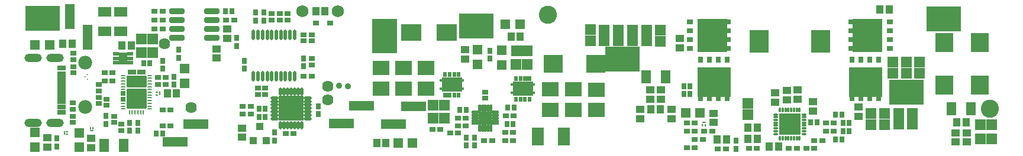
<source format=gbr>
%TF.GenerationSoftware,Altium Limited,Altium Designer,19.0.15 (446)*%
G04 Layer_Color=8388736*
%FSLAX45Y45*%
%MOMM*%
%TF.FileFunction,Soldermask,Top*%
%TF.Part,Single*%
G01*
G75*
%TA.AperFunction,SMDPad,CuDef*%
G04:AMPARAMS|DCode=22|XSize=0.6mm|YSize=0.2mm|CornerRadius=0.04mm|HoleSize=0mm|Usage=FLASHONLY|Rotation=90.000|XOffset=0mm|YOffset=0mm|HoleType=Round|Shape=RoundedRectangle|*
%AMROUNDEDRECTD22*
21,1,0.60000,0.12000,0,0,90.0*
21,1,0.52000,0.20000,0,0,90.0*
1,1,0.08000,0.06000,0.26000*
1,1,0.08000,0.06000,-0.26000*
1,1,0.08000,-0.06000,-0.26000*
1,1,0.08000,-0.06000,0.26000*
%
%ADD22ROUNDEDRECTD22*%
G04:AMPARAMS|DCode=23|XSize=0.2mm|YSize=0.6mm|CornerRadius=0.04mm|HoleSize=0mm|Usage=FLASHONLY|Rotation=90.000|XOffset=0mm|YOffset=0mm|HoleType=Round|Shape=RoundedRectangle|*
%AMROUNDEDRECTD23*
21,1,0.20000,0.52000,0,0,90.0*
21,1,0.12000,0.60000,0,0,90.0*
1,1,0.08000,0.26000,0.06000*
1,1,0.08000,0.26000,-0.06000*
1,1,0.08000,-0.26000,-0.06000*
1,1,0.08000,-0.26000,0.06000*
%
%ADD23ROUNDEDRECTD23*%
G04:AMPARAMS|DCode=26|XSize=0.7mm|YSize=1.253mm|CornerRadius=0.0875mm|HoleSize=0mm|Usage=FLASHONLY|Rotation=90.000|XOffset=0mm|YOffset=0mm|HoleType=Round|Shape=RoundedRectangle|*
%AMROUNDEDRECTD26*
21,1,0.70000,1.07800,0,0,90.0*
21,1,0.52500,1.25300,0,0,90.0*
1,1,0.17500,0.53900,0.26250*
1,1,0.17500,0.53900,-0.26250*
1,1,0.17500,-0.53900,-0.26250*
1,1,0.17500,-0.53900,0.26250*
%
%ADD26ROUNDEDRECTD26*%
G04:AMPARAMS|DCode=27|XSize=0.7mm|YSize=0.7mm|CornerRadius=0.0875mm|HoleSize=0mm|Usage=FLASHONLY|Rotation=90.000|XOffset=0mm|YOffset=0mm|HoleType=Round|Shape=RoundedRectangle|*
%AMROUNDEDRECTD27*
21,1,0.70000,0.52500,0,0,90.0*
21,1,0.52500,0.70000,0,0,90.0*
1,1,0.17500,0.26250,0.26250*
1,1,0.17500,0.26250,-0.26250*
1,1,0.17500,-0.26250,-0.26250*
1,1,0.17500,-0.26250,0.26250*
%
%ADD27ROUNDEDRECTD27*%
G04:AMPARAMS|DCode=32|XSize=0.2mm|YSize=0.2mm|CornerRadius=0.05mm|HoleSize=0mm|Usage=FLASHONLY|Rotation=0.000|XOffset=0mm|YOffset=0mm|HoleType=Round|Shape=RoundedRectangle|*
%AMROUNDEDRECTD32*
21,1,0.20000,0.10000,0,0,0.0*
21,1,0.10000,0.20000,0,0,0.0*
1,1,0.10000,0.05000,-0.05000*
1,1,0.10000,-0.05000,-0.05000*
1,1,0.10000,-0.05000,0.05000*
1,1,0.10000,0.05000,0.05000*
%
%ADD32ROUNDEDRECTD32*%
%TA.AperFunction,ComponentPad*%
%ADD91C,0.40000*%
%TA.AperFunction,ViaPad*%
%ADD97C,1.98000*%
%TA.AperFunction,SMDPad,CuDef*%
%ADD120R,0.95320X0.80320*%
%ADD121R,0.80320X0.84320*%
%ADD122R,0.84320X0.80320*%
%ADD123R,1.15320X1.05320*%
%ADD124R,0.80320X0.95320*%
%ADD127R,1.05320X1.15320*%
%ADD128R,1.10320X1.20320*%
%ADD129R,1.20320X1.10320*%
%ADD131R,1.40320X1.40320*%
%TA.AperFunction,ComponentPad*%
G04:AMPARAMS|DCode=132|XSize=1.2032mm|YSize=2.5032mm|CornerRadius=0.6016mm|HoleSize=0mm|Usage=FLASHONLY|Rotation=270.000|XOffset=0mm|YOffset=0mm|HoleType=Round|Shape=RoundedRectangle|*
%AMROUNDEDRECTD132*
21,1,1.20320,1.30000,0,0,270.0*
21,1,0.00000,2.50320,0,0,270.0*
1,1,1.20320,-0.65000,0.00000*
1,1,1.20320,-0.65000,0.00000*
1,1,1.20320,0.65000,0.00000*
1,1,1.20320,0.65000,0.00000*
%
%ADD132ROUNDEDRECTD132*%
%ADD133C,1.72720*%
%TA.AperFunction,ViaPad*%
%ADD134C,2.60000*%
%ADD135C,1.62400*%
%TA.AperFunction,SMDPad,CuDef*%
%ADD145R,3.53200X1.37200*%
%TA.AperFunction,ConnectorPad*%
%ADD146R,0.80320X0.95320*%
%TA.AperFunction,SMDPad,CuDef*%
%ADD147R,1.40320X1.40320*%
%ADD148R,0.37000X0.27000*%
%ADD149R,0.27000X0.62000*%
%ADD150R,1.50320X1.60320*%
G04:AMPARAMS|DCode=151|XSize=2.9232mm|YSize=2.8532mm|CornerRadius=0.16785mm|HoleSize=0mm|Usage=FLASHONLY|Rotation=90.000|XOffset=0mm|YOffset=0mm|HoleType=Round|Shape=RoundedRectangle|*
%AMROUNDEDRECTD151*
21,1,2.92320,2.51750,0,0,90.0*
21,1,2.58750,2.85320,0,0,90.0*
1,1,0.33570,1.25875,1.29375*
1,1,0.33570,1.25875,-1.29375*
1,1,0.33570,-1.25875,-1.29375*
1,1,0.33570,-1.25875,1.29375*
%
%ADD151ROUNDEDRECTD151*%
G04:AMPARAMS|DCode=152|XSize=1.7332mm|YSize=2.8532mm|CornerRadius=0.13985mm|HoleSize=0mm|Usage=FLASHONLY|Rotation=90.000|XOffset=0mm|YOffset=0mm|HoleType=Round|Shape=RoundedRectangle|*
%AMROUNDEDRECTD152*
21,1,1.73320,2.57350,0,0,90.0*
21,1,1.45350,2.85320,0,0,90.0*
1,1,0.27970,1.28675,0.72675*
1,1,0.27970,1.28675,-0.72675*
1,1,0.27970,-1.28675,-0.72675*
1,1,0.27970,-1.28675,0.72675*
%
%ADD152ROUNDEDRECTD152*%
%ADD153R,1.40320X1.85320*%
%TA.AperFunction,ConnectorPad*%
%ADD154R,1.15320X1.05320*%
%TA.AperFunction,SMDPad,CuDef*%
%ADD155R,0.27000X0.37000*%
%ADD156R,0.62000X0.27000*%
G04:AMPARAMS|DCode=157|XSize=2.1732mm|YSize=0.8032mm|CornerRadius=0.1766mm|HoleSize=0mm|Usage=FLASHONLY|Rotation=0.000|XOffset=0mm|YOffset=0mm|HoleType=Round|Shape=RoundedRectangle|*
%AMROUNDEDRECTD157*
21,1,2.17320,0.45000,0,0,0.0*
21,1,1.82000,0.80320,0,0,0.0*
1,1,0.35320,0.91000,-0.22500*
1,1,0.35320,-0.91000,-0.22500*
1,1,0.35320,-0.91000,0.22500*
1,1,0.35320,0.91000,0.22500*
%
%ADD157ROUNDEDRECTD157*%
%ADD158R,2.43320X2.00320*%
%ADD159R,1.95320X1.95320*%
G04:AMPARAMS|DCode=160|XSize=1.0332mm|YSize=0.4232mm|CornerRadius=0.1291mm|HoleSize=0mm|Usage=FLASHONLY|Rotation=90.000|XOffset=0mm|YOffset=0mm|HoleType=Round|Shape=RoundedRectangle|*
%AMROUNDEDRECTD160*
21,1,1.03320,0.16500,0,0,90.0*
21,1,0.77500,0.42320,0,0,90.0*
1,1,0.25820,0.08250,0.38750*
1,1,0.25820,0.08250,-0.38750*
1,1,0.25820,-0.08250,-0.38750*
1,1,0.25820,-0.08250,0.38750*
%
%ADD160ROUNDEDRECTD160*%
G04:AMPARAMS|DCode=161|XSize=1.0332mm|YSize=0.4232mm|CornerRadius=0.1291mm|HoleSize=0mm|Usage=FLASHONLY|Rotation=180.000|XOffset=0mm|YOffset=0mm|HoleType=Round|Shape=RoundedRectangle|*
%AMROUNDEDRECTD161*
21,1,1.03320,0.16500,0,0,180.0*
21,1,0.77500,0.42320,0,0,180.0*
1,1,0.25820,-0.38750,0.08250*
1,1,0.25820,0.38750,0.08250*
1,1,0.25820,0.38750,-0.08250*
1,1,0.25820,-0.38750,-0.08250*
%
%ADD161ROUNDEDRECTD161*%
%TA.AperFunction,ConnectorPad*%
%ADD162R,1.20320X1.10320*%
%ADD163R,1.10320X1.20320*%
%ADD164R,0.95320X0.80320*%
%ADD165R,0.80320X0.84320*%
%TA.AperFunction,SMDPad,CuDef*%
%ADD166R,0.86320X0.52320*%
%ADD167R,1.20320X1.80320*%
%TA.AperFunction,ConnectorPad*%
%ADD168R,1.20320X0.50320*%
%ADD169R,1.20320X0.80320*%
%TA.AperFunction,SMDPad,CuDef*%
%ADD170R,1.37200X3.53200*%
%ADD171R,4.90320X3.63320*%
%ADD172R,1.85320X1.40320*%
%ADD173R,2.90000X2.00000*%
%ADD174R,0.54000X0.75000*%
%ADD175R,0.45000X0.40000*%
%ADD176R,1.19000X0.75000*%
%TA.AperFunction,ConnectorPad*%
%ADD177R,1.05320X1.15320*%
%TA.AperFunction,SMDPad,CuDef*%
%ADD178R,2.90320X2.40320*%
%TA.AperFunction,ConnectorPad*%
%ADD179R,1.00320X1.10320*%
%TA.AperFunction,SMDPad,CuDef*%
%ADD180R,3.55320X3.55320*%
%TA.AperFunction,ConnectorPad*%
%ADD181O,0.50320X1.15320*%
%ADD182O,1.15320X0.50320*%
%TA.AperFunction,SMDPad,CuDef*%
%ADD183O,0.55000X1.50000*%
%TA.AperFunction,ConnectorPad*%
%ADD184R,0.90320X0.70320*%
%TA.AperFunction,SMDPad,CuDef*%
%ADD185R,1.60320X1.50320*%
%ADD186R,4.32320X4.80320*%
%ADD187R,0.75320X0.70320*%
%ADD188R,0.85320X0.70320*%
%ADD189R,4.80320X4.32320*%
%ADD190R,0.70320X0.75320*%
%ADD191R,0.70320X0.85320*%
%ADD192R,3.10000X3.10000*%
%ADD193O,0.30000X0.80000*%
%ADD194O,0.80000X0.30000*%
%ADD195R,2.70320X3.20320*%
%ADD196R,2.65320X2.75320*%
%ADD197R,1.70320X2.60320*%
%ADD198R,2.75320X2.65320*%
%ADD199R,3.63320X4.90320*%
%ADD200C,0.90010*%
%TA.AperFunction,ComponentPad*%
%ADD201C,0.66040*%
D22*
X2687954Y1615415D02*
D03*
X2727955D02*
D03*
X2767955D02*
D03*
X2807955D02*
D03*
X2847954D02*
D03*
X2887955D02*
D03*
D23*
X2977954Y1665414D02*
D03*
Y1705414D02*
D03*
Y1745415D02*
D03*
Y1785415D02*
D03*
Y1825414D02*
D03*
Y1865415D02*
D03*
Y1905415D02*
D03*
Y1945414D02*
D03*
Y1985415D02*
D03*
Y2025415D02*
D03*
Y2065414D02*
D03*
Y2105415D02*
D03*
Y2145415D02*
D03*
X2597955D02*
D03*
Y2105415D02*
D03*
Y2065414D02*
D03*
Y2025415D02*
D03*
Y1985415D02*
D03*
Y1945414D02*
D03*
Y1745415D02*
D03*
Y1705414D02*
D03*
Y1665414D02*
D03*
D26*
X2720304Y2195414D02*
D03*
X2855605D02*
D03*
D27*
X2597955Y1885415D02*
D03*
Y1805414D02*
D03*
D32*
X2087615Y2160435D02*
D03*
Y2092435D02*
D03*
X2057615Y2126435D02*
D03*
D91*
X2787955Y1808915D02*
D03*
X2680455D02*
D03*
X2895454D02*
D03*
X2787955Y1697915D02*
D03*
Y1919915D02*
D03*
Y2061414D02*
D03*
X2680455D02*
D03*
X2895454D02*
D03*
D97*
X2054975Y2329975D02*
D03*
Y1694975D02*
D03*
D120*
X3275655Y1424915D02*
D03*
X3160655D02*
D03*
X3160694Y1648875D02*
D03*
X3275694D02*
D03*
X3209622Y2016735D02*
D03*
X3094622D02*
D03*
X3209615Y2120875D02*
D03*
X3094615D02*
D03*
X2332194Y2067435D02*
D03*
X2447194D02*
D03*
X2332194Y2182475D02*
D03*
X2447194D02*
D03*
X3162474Y2814975D02*
D03*
X3047474D02*
D03*
X3162474Y3067975D02*
D03*
X3047474D02*
D03*
X3162474Y2939975D02*
D03*
X3047474D02*
D03*
X5182495Y2135532D02*
D03*
X5297495D02*
D03*
X11030275Y1345423D02*
D03*
X10915275D02*
D03*
X10664975Y1347475D02*
D03*
X10779975D02*
D03*
X10664975Y1467475D02*
D03*
X10779975D02*
D03*
X12237474Y1104974D02*
D03*
X12122474D02*
D03*
X5038115Y1313474D02*
D03*
X4923115D02*
D03*
X8188015Y1569255D02*
D03*
X8073015D02*
D03*
X8063525Y1334167D02*
D03*
X8178525D02*
D03*
X7275455Y1323315D02*
D03*
X7390455D02*
D03*
X7502215Y1423154D02*
D03*
X7387215D02*
D03*
X7387975Y1536375D02*
D03*
X7502975D02*
D03*
X7023995Y1369035D02*
D03*
X7138995D02*
D03*
X4307475Y1594175D02*
D03*
X4422475D02*
D03*
Y1704175D02*
D03*
X4307475D02*
D03*
X12653975Y1346434D02*
D03*
X12768975D02*
D03*
D121*
X3072554Y1312475D02*
D03*
X3160555D02*
D03*
X2981475Y2320474D02*
D03*
X2893475D02*
D03*
X4065974Y3067475D02*
D03*
X4153974D02*
D03*
X7503755Y1655891D02*
D03*
X7415755D02*
D03*
X8177724Y1452414D02*
D03*
X8089724D02*
D03*
X8103025Y1686984D02*
D03*
X8191025D02*
D03*
X12880475Y1228935D02*
D03*
X12792475D02*
D03*
X4632359Y1551313D02*
D03*
X4544359D02*
D03*
X4632359Y1665613D02*
D03*
X4544359D02*
D03*
X10623395Y1991996D02*
D03*
X10711395D02*
D03*
X10623975Y1883096D02*
D03*
X10711975D02*
D03*
D122*
X2468855Y1469814D02*
D03*
Y1557815D02*
D03*
X2575535Y1445235D02*
D03*
Y1357235D02*
D03*
X1877443Y1560355D02*
D03*
Y1472355D02*
D03*
X2361823Y1803647D02*
D03*
Y1715647D02*
D03*
X2249975Y1743799D02*
D03*
Y1831799D02*
D03*
X2249974Y2013975D02*
D03*
Y1925975D02*
D03*
X1877035Y1661414D02*
D03*
Y1749414D02*
D03*
X5295318Y2387078D02*
D03*
Y2299078D02*
D03*
X7782475Y1905131D02*
D03*
Y1817131D02*
D03*
X1889735Y2269015D02*
D03*
Y2181015D02*
D03*
Y2374054D02*
D03*
Y2462055D02*
D03*
X4632359Y1963014D02*
D03*
Y1875014D02*
D03*
X4525631Y1963014D02*
D03*
Y1875014D02*
D03*
X5295335Y2638475D02*
D03*
Y2726475D02*
D03*
X5176495Y2638215D02*
D03*
Y2726215D02*
D03*
X4954454Y2941706D02*
D03*
Y3029706D02*
D03*
X4840154Y2941706D02*
D03*
Y3029706D02*
D03*
X4725854Y2941706D02*
D03*
Y3029706D02*
D03*
D123*
X3936975Y2397055D02*
D03*
Y2527055D02*
D03*
X4083974Y2679540D02*
D03*
Y2809540D02*
D03*
X11044975Y1472475D02*
D03*
Y1602475D02*
D03*
X10297474Y1936757D02*
D03*
Y1806757D02*
D03*
X1509875Y1121335D02*
D03*
Y1251335D02*
D03*
X7489975Y2382475D02*
D03*
Y2512475D02*
D03*
X12095115Y1928909D02*
D03*
Y1798909D02*
D03*
X14513715Y1322475D02*
D03*
Y1192475D02*
D03*
X14673715Y1322475D02*
D03*
Y1192475D02*
D03*
D124*
X7622735Y1257262D02*
D03*
Y1142262D02*
D03*
X2807474Y1352175D02*
D03*
Y1467175D02*
D03*
X3327375Y2014974D02*
D03*
Y2129974D02*
D03*
X3165515Y2242095D02*
D03*
Y2357095D02*
D03*
X3395955Y2398655D02*
D03*
Y2513655D02*
D03*
X2687295Y1352175D02*
D03*
Y1467175D02*
D03*
X5176495Y2391735D02*
D03*
Y2276735D02*
D03*
X11369975Y1207475D02*
D03*
Y1092475D02*
D03*
X1648435Y1243843D02*
D03*
Y1128843D02*
D03*
X7842475Y2499975D02*
D03*
Y2384975D02*
D03*
X5389855Y1706654D02*
D03*
Y1591654D02*
D03*
X4335755Y2241175D02*
D03*
Y2356175D02*
D03*
X4223995Y2681840D02*
D03*
Y2566840D02*
D03*
D127*
X3229354Y1884975D02*
D03*
X3359354D02*
D03*
X1735835Y2603804D02*
D03*
X1865835D02*
D03*
X5355335Y3068711D02*
D03*
X5485335D02*
D03*
X8277174Y2697455D02*
D03*
X8147174D02*
D03*
D128*
X2714155Y2578275D02*
D03*
X2579155D02*
D03*
X10152475Y1656833D02*
D03*
X10287475D02*
D03*
X11674975Y1394435D02*
D03*
X11539975D02*
D03*
X14661215Y1472475D02*
D03*
X14526215D02*
D03*
X13564975Y3094975D02*
D03*
X13429974D02*
D03*
D129*
X10564975Y2542475D02*
D03*
Y2677475D02*
D03*
X12468835Y1636815D02*
D03*
Y1771815D02*
D03*
X12251521Y1801151D02*
D03*
Y1936151D02*
D03*
X11930355Y1761275D02*
D03*
Y1896275D02*
D03*
X13123656Y1693075D02*
D03*
Y1558075D02*
D03*
D131*
X10645250Y1610102D02*
D03*
X10855250D02*
D03*
X1544875Y2583779D02*
D03*
X1334875D02*
D03*
X6531195Y1178535D02*
D03*
X6741195D02*
D03*
X8277998Y2875655D02*
D03*
X8067998D02*
D03*
D132*
X1310055Y1469052D02*
D03*
X1625055D02*
D03*
X1310055Y2399052D02*
D03*
X1625055D02*
D03*
D133*
X5166335Y3068295D02*
D03*
X5669238D02*
D03*
D134*
X15001215Y1668755D02*
D03*
X8679155Y3017495D02*
D03*
D135*
X3568675Y1681455D02*
D03*
X3190215Y2603804D02*
D03*
X5524475Y1993875D02*
D03*
Y1798909D02*
D03*
D145*
X6010835Y1706855D02*
D03*
X5718835Y1452855D02*
D03*
X3346475Y1193775D02*
D03*
X3638475Y1447775D02*
D03*
X6463975Y1450315D02*
D03*
X6755975Y1704315D02*
D03*
D146*
X7508435Y1257294D02*
D03*
Y1142294D02*
D03*
X2352015Y1563035D02*
D03*
Y1448035D02*
D03*
X4767755Y1213801D02*
D03*
Y1328801D02*
D03*
X4609975Y2929975D02*
D03*
Y3044975D02*
D03*
X4497475Y2929975D02*
D03*
Y3044975D02*
D03*
D147*
X3477235Y2246195D02*
D03*
Y2036195D02*
D03*
X1968975Y1114975D02*
D03*
Y1324975D02*
D03*
X1334875Y1116255D02*
D03*
Y1326255D02*
D03*
X8018642Y2297337D02*
D03*
Y2507337D02*
D03*
X7664975Y2512475D02*
D03*
Y2302474D02*
D03*
D148*
X3078735Y1902155D02*
D03*
Y1867155D02*
D03*
X1795475Y1300735D02*
D03*
Y1335735D02*
D03*
D149*
X3118735Y1884655D02*
D03*
X1755475Y1318235D02*
D03*
D150*
X3017818Y2670474D02*
D03*
X2857819D02*
D03*
X7197676Y1719974D02*
D03*
X7037677D02*
D03*
X3017818Y2475475D02*
D03*
X2857818D02*
D03*
X8382474Y2302475D02*
D03*
X8222475D02*
D03*
X8383724Y2499975D02*
D03*
X8223724D02*
D03*
X7197676Y1532474D02*
D03*
X7037677D02*
D03*
X14866125Y1441110D02*
D03*
X15026126D02*
D03*
X14866125Y1238610D02*
D03*
X15026126D02*
D03*
D151*
X2787955Y1808915D02*
D03*
D152*
Y2061414D02*
D03*
D153*
X2323974Y1147475D02*
D03*
X2603974D02*
D03*
X10359974Y2129257D02*
D03*
X10079975D02*
D03*
X14733714Y1672475D02*
D03*
X14453716D02*
D03*
D154*
X2143975Y1242475D02*
D03*
Y1112475D02*
D03*
X10142475Y1936757D02*
D03*
Y1806757D02*
D03*
X4297655Y1260855D02*
D03*
Y1390855D02*
D03*
D155*
X2162474Y1392475D02*
D03*
X2127474D02*
D03*
X10889974Y1432475D02*
D03*
X10924975D02*
D03*
D156*
X2144974Y1352475D02*
D03*
X10907475Y1472475D02*
D03*
D157*
X3369975Y3067975D02*
D03*
Y2940975D02*
D03*
Y2813975D02*
D03*
Y2686975D02*
D03*
X3864974D02*
D03*
Y2813975D02*
D03*
Y2940975D02*
D03*
Y3067975D02*
D03*
D158*
X9372275Y1941755D02*
D03*
Y1649755D02*
D03*
X9040364Y1944073D02*
D03*
Y1652073D02*
D03*
X8712175Y1944076D02*
D03*
Y1652076D02*
D03*
X6287475Y1958392D02*
D03*
Y2250392D02*
D03*
X6609975Y1958392D02*
D03*
Y2250392D02*
D03*
X6932475Y1958392D02*
D03*
Y2250392D02*
D03*
D159*
X7782475Y1534975D02*
D03*
D160*
X7702475Y1678975D02*
D03*
X7742475D02*
D03*
X7782475D02*
D03*
X7822475D02*
D03*
X7862475D02*
D03*
Y1390975D02*
D03*
X7822475D02*
D03*
X7782475D02*
D03*
X7742475D02*
D03*
X7702475D02*
D03*
D161*
X7638475Y1454975D02*
D03*
Y1494975D02*
D03*
Y1534975D02*
D03*
Y1574975D02*
D03*
Y1614975D02*
D03*
X7926475D02*
D03*
Y1574975D02*
D03*
Y1534975D02*
D03*
Y1494975D02*
D03*
Y1454975D02*
D03*
D162*
X9994135Y1658576D02*
D03*
Y1523576D02*
D03*
X10444455Y1656308D02*
D03*
Y1521308D02*
D03*
D163*
X11974975Y1126472D02*
D03*
X11839975D02*
D03*
X11231926Y1227475D02*
D03*
X11096926D02*
D03*
X11674975Y1237779D02*
D03*
X11539975D02*
D03*
D164*
X11666455Y1102674D02*
D03*
X11551455D02*
D03*
X10778584Y1227475D02*
D03*
X10893584D02*
D03*
X10664975Y1107474D02*
D03*
X10779975D02*
D03*
X11222695Y1093313D02*
D03*
X11107695D02*
D03*
X12487474Y1104974D02*
D03*
X12372474D02*
D03*
X12487475Y1212435D02*
D03*
X12602475D02*
D03*
X12653474Y1468795D02*
D03*
X12768474D02*
D03*
X8179094Y1214641D02*
D03*
X8064094D02*
D03*
X7764975D02*
D03*
X7879975D02*
D03*
X4069975Y2939975D02*
D03*
X4184975D02*
D03*
D165*
X12880473Y1586295D02*
D03*
X12792474D02*
D03*
X12984975Y1468795D02*
D03*
X12896974D02*
D03*
X12438475Y1477635D02*
D03*
X12526475D02*
D03*
X12984953Y1346434D02*
D03*
X12896954D02*
D03*
D166*
X2492475Y2454975D02*
D03*
Y2389975D02*
D03*
Y2324975D02*
D03*
X2697474D02*
D03*
Y2389975D02*
D03*
Y2454975D02*
D03*
D167*
X2594974Y2389975D02*
D03*
D168*
X1720054Y1759052D02*
D03*
Y1809052D02*
D03*
Y2059052D02*
D03*
Y2109052D02*
D03*
Y1909052D02*
D03*
Y1859052D02*
D03*
Y2009052D02*
D03*
Y1959052D02*
D03*
D169*
Y1618052D02*
D03*
Y1698052D02*
D03*
Y2170052D02*
D03*
Y2250052D02*
D03*
D170*
X1831315Y2988475D02*
D03*
X2085315Y2696475D02*
D03*
D171*
X1447775Y2964155D02*
D03*
X7655535Y2854935D02*
D03*
X14338275Y2953995D02*
D03*
X13807475Y1907475D02*
D03*
X9739476Y2376972D02*
D03*
D172*
X2330636Y2779831D02*
D03*
Y3059831D02*
D03*
X2562686Y2778435D02*
D03*
Y3058435D02*
D03*
D173*
X7302256Y2012475D02*
D03*
X8317475Y1953391D02*
D03*
D174*
X7399755Y2159975D02*
D03*
X7334756D02*
D03*
X7269757D02*
D03*
X7204757D02*
D03*
X7399755Y1864975D02*
D03*
X7334756Y1864974D02*
D03*
X8219976Y1805890D02*
D03*
X8284975D02*
D03*
X8349974D02*
D03*
X8414974D02*
D03*
X8219976Y2100890D02*
D03*
X8284975Y2100891D02*
D03*
D175*
X7459755Y1952475D02*
D03*
X7459755Y2072474D02*
D03*
X7144756D02*
D03*
Y1952475D02*
D03*
X8159976Y2013390D02*
D03*
X8159976Y1893391D02*
D03*
X8474975D02*
D03*
Y2013390D02*
D03*
D176*
X7237257Y1864974D02*
D03*
X8382474Y2100891D02*
D03*
D177*
X6358295Y1178538D02*
D03*
X6228295D02*
D03*
D178*
X6722475Y2760891D02*
D03*
X7232475D02*
D03*
D179*
X4457755Y1213474D02*
D03*
X4647755D02*
D03*
X4552755Y1413474D02*
D03*
D180*
X5000935Y1674154D02*
D03*
D181*
X4850935Y1914154D02*
D03*
X4900935D02*
D03*
X4950935D02*
D03*
X5000935D02*
D03*
X5050935D02*
D03*
X5100935D02*
D03*
X5150935D02*
D03*
Y1434154D02*
D03*
X5100935D02*
D03*
X5050935D02*
D03*
X5000935D02*
D03*
X4950935D02*
D03*
X4900935D02*
D03*
X4850935D02*
D03*
D182*
X5240935Y1824154D02*
D03*
Y1774154D02*
D03*
Y1724155D02*
D03*
Y1674154D02*
D03*
Y1624154D02*
D03*
Y1574154D02*
D03*
Y1524154D02*
D03*
X4760935D02*
D03*
Y1574154D02*
D03*
Y1624154D02*
D03*
Y1674154D02*
D03*
Y1724155D02*
D03*
Y1774154D02*
D03*
Y1824154D02*
D03*
D183*
X4463954Y2136110D02*
D03*
X4528955D02*
D03*
X4593954D02*
D03*
X4658955D02*
D03*
X4723954D02*
D03*
X4788955D02*
D03*
X4853954D02*
D03*
X4918955D02*
D03*
X4983954D02*
D03*
X5048955D02*
D03*
X4463954Y2726110D02*
D03*
X4528955D02*
D03*
X4593954D02*
D03*
X4658955D02*
D03*
X4723954D02*
D03*
X4788955D02*
D03*
X4853954D02*
D03*
X4918955D02*
D03*
X4983954D02*
D03*
X5048955D02*
D03*
D184*
X5558435Y2895575D02*
D03*
X5358435D02*
D03*
D185*
X10284988Y2637195D02*
D03*
Y2797195D02*
D03*
X10086760Y2638338D02*
D03*
Y2798338D02*
D03*
X9885689Y2638338D02*
D03*
Y2798338D02*
D03*
X9684618Y2638338D02*
D03*
Y2798338D02*
D03*
X9483546Y2638338D02*
D03*
Y2798338D02*
D03*
X9285505Y2641221D02*
D03*
Y2801221D02*
D03*
X11539975Y1741134D02*
D03*
Y1581135D02*
D03*
X13300127Y1603555D02*
D03*
Y1443555D02*
D03*
X13497626Y1603555D02*
D03*
Y1443555D02*
D03*
X13695126Y1604770D02*
D03*
Y1444770D02*
D03*
X13890126D02*
D03*
Y1604770D02*
D03*
X13997475Y2177475D02*
D03*
Y2337475D02*
D03*
X13804974Y2178338D02*
D03*
Y2338338D02*
D03*
X13612474Y2177475D02*
D03*
Y2337475D02*
D03*
D186*
X11026475Y2722475D02*
D03*
X13244475Y2722338D02*
D03*
D187*
X11259975Y2912975D02*
D03*
Y2785975D02*
D03*
Y2658975D02*
D03*
Y2531975D02*
D03*
X13010974Y2531838D02*
D03*
Y2658838D02*
D03*
Y2785838D02*
D03*
Y2912838D02*
D03*
D188*
X10704975Y2531975D02*
D03*
Y2658975D02*
D03*
Y2785975D02*
D03*
Y2912975D02*
D03*
X13565974Y2912838D02*
D03*
Y2785838D02*
D03*
Y2658838D02*
D03*
Y2531838D02*
D03*
D189*
X11051975Y2048475D02*
D03*
X13220474Y2049338D02*
D03*
D190*
X11242475Y1814975D02*
D03*
X11115475D02*
D03*
X10988475D02*
D03*
X10861475D02*
D03*
X13410976Y1815838D02*
D03*
X13283975D02*
D03*
X13156975D02*
D03*
X13029974D02*
D03*
D191*
X10861475Y2369975D02*
D03*
X10988475D02*
D03*
X11115475D02*
D03*
X11242475D02*
D03*
X13029974Y2370838D02*
D03*
X13156975D02*
D03*
X13283975D02*
D03*
X13410976D02*
D03*
D192*
X12137475Y1447475D02*
D03*
D193*
X11997475Y1649975D02*
D03*
X12037475D02*
D03*
X12077475D02*
D03*
X12117475D02*
D03*
X12157475D02*
D03*
X12197475D02*
D03*
X12237475D02*
D03*
X12277475D02*
D03*
Y1244975D02*
D03*
X12237475D02*
D03*
X12197475D02*
D03*
X12157475D02*
D03*
X12117475D02*
D03*
X12077475D02*
D03*
X12037475D02*
D03*
X11997475D02*
D03*
D194*
X12339975Y1587475D02*
D03*
Y1547475D02*
D03*
Y1507475D02*
D03*
Y1467475D02*
D03*
Y1347475D02*
D03*
Y1307475D02*
D03*
X11934975D02*
D03*
Y1347475D02*
D03*
Y1387475D02*
D03*
Y1427475D02*
D03*
Y1467475D02*
D03*
Y1507475D02*
D03*
Y1547475D02*
D03*
Y1587475D02*
D03*
X12339975Y1427475D02*
D03*
Y1387475D02*
D03*
D195*
X12578633Y2631415D02*
D03*
X11698629D02*
D03*
D196*
X14348434Y2614973D02*
D03*
Y2009973D02*
D03*
X14858975Y2614965D02*
D03*
Y2009964D02*
D03*
D197*
X8534795Y1269975D02*
D03*
X8904794D02*
D03*
D198*
X8755115Y2313376D02*
D03*
X9360115D02*
D03*
D199*
X6342474Y2714215D02*
D03*
D200*
X5683927Y1995914D02*
D03*
X5810975Y1994434D02*
D03*
D201*
X12244975Y1447475D02*
D03*
X12137475Y1337475D02*
D03*
Y1557475D02*
D03*
X12027475Y1447475D02*
D03*
X12247475Y1337475D02*
D03*
X12027475D02*
D03*
X12247475Y1557475D02*
D03*
X12027475D02*
D03*
%TF.MD5,531aabc3890fde4b83df16005a06b1bf*%
M02*

</source>
